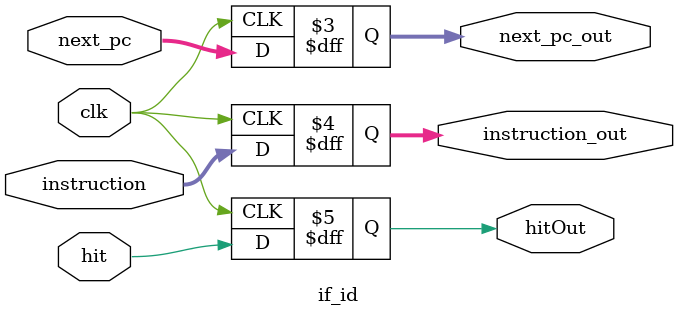
<source format=v>
`timescale 1ns / 1ps
module if_id(	input 	clk,
	input 	[31:0] instruction,
	input 	[31:0] next_pc,
	input 	hit,
	output	reg [31:0] next_pc_out,
	output  	reg [31:0] instruction_out,
	output   reg hitOut );
	
	
	initial
	begin
		instruction_out = 0;
		next_pc_out = 0;
	end
	
	always @(negedge clk ) 
	begin
			instruction_out = instruction;
			next_pc_out = next_pc;
			hitOut = hit;	
	end


endmodule

</source>
